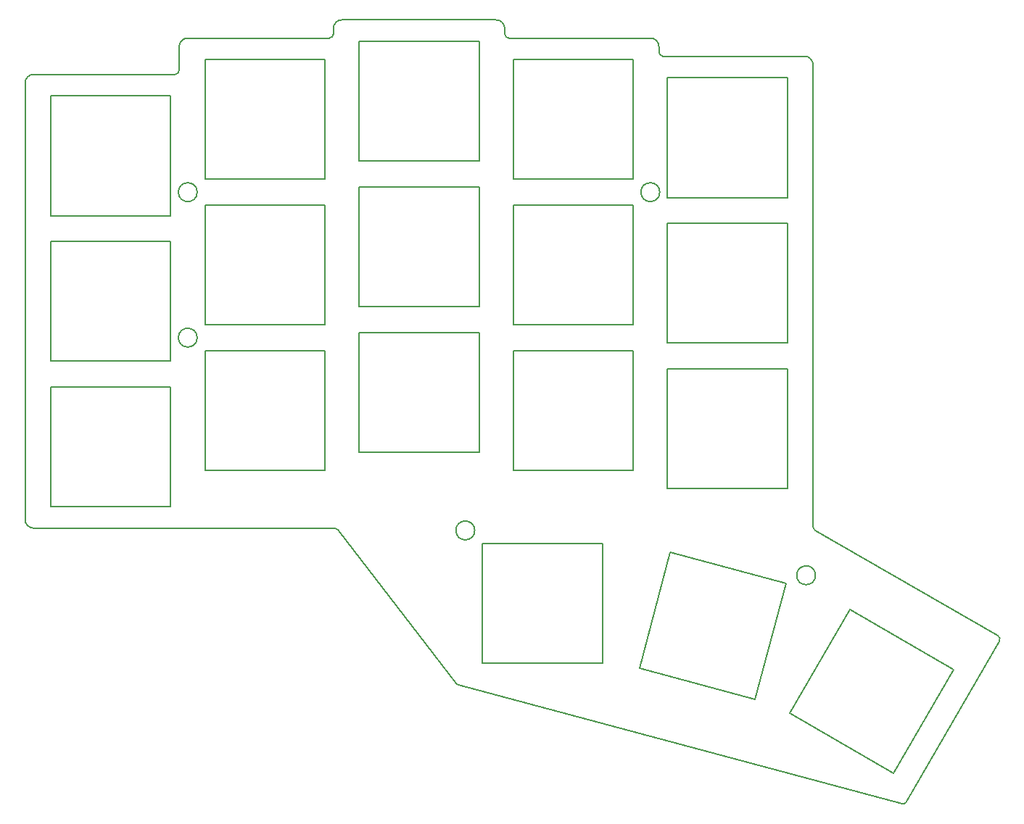
<source format=gm1>
G04 #@! TF.GenerationSoftware,KiCad,Pcbnew,8.0.6+1*
G04 #@! TF.CreationDate,2024-11-30T16:17:35+00:00*
G04 #@! TF.ProjectId,frontplate,66726f6e-7470-46c6-9174-652e6b696361,0.2*
G04 #@! TF.SameCoordinates,Original*
G04 #@! TF.FileFunction,Profile,NP*
%FSLAX46Y46*%
G04 Gerber Fmt 4.6, Leading zero omitted, Abs format (unit mm)*
G04 Created by KiCad (PCBNEW 8.0.6+1) date 2024-11-30 16:17:35*
%MOMM*%
%LPD*%
G01*
G04 APERTURE LIST*
G04 #@! TA.AperFunction,Profile*
%ADD10C,0.150000*%
G04 #@! TD*
G04 APERTURE END LIST*
D10*
X91000000Y-109500000D02*
X126128450Y-109500000D01*
X90000000Y-108500000D02*
X90000000Y-57500000D01*
X91000000Y-109500000D02*
G75*
G02*
X90000000Y-108500000I0J1000000D01*
G01*
X107500000Y-56500000D02*
X91000000Y-56500000D01*
X90000000Y-57500000D02*
G75*
G02*
X91000000Y-56500000I1000000J0D01*
G01*
X125500000Y-52250000D02*
X109000000Y-52250000D01*
X108000000Y-53250000D02*
G75*
G02*
X109000000Y-52250000I1000000J0D01*
G01*
X108000000Y-53250000D02*
X108000000Y-56000000D01*
X146000000Y-51750000D02*
X146000000Y-51125000D01*
X145000000Y-50125000D02*
G75*
G02*
X146000000Y-51125000I0J-1000000D01*
G01*
X145000000Y-50125000D02*
X127000000Y-50125000D01*
X126000000Y-51125000D02*
G75*
G02*
X127000000Y-50125000I1000000J0D01*
G01*
X126000000Y-51125000D02*
X126000000Y-51750000D01*
X164000000Y-53875000D02*
X164000000Y-53250000D01*
X163000000Y-52250000D02*
G75*
G02*
X164000000Y-53250000I0J-1000000D01*
G01*
X163000000Y-52250000D02*
X146500000Y-52250000D01*
X182000000Y-109308483D02*
X182000000Y-55375000D01*
X181000000Y-54375000D02*
G75*
G02*
X182000000Y-55375000I0J-1000000D01*
G01*
X181000000Y-54375000D02*
X164500000Y-54375000D01*
X192932979Y-141467506D02*
X203750000Y-122731876D01*
X182250000Y-109741495D02*
X203566987Y-122048864D01*
X192370557Y-141700469D02*
X140563924Y-127818923D01*
X140296679Y-127640370D02*
X126525104Y-109695591D01*
X126128450Y-109500000D02*
G75*
G02*
X126525073Y-109695615I-50J-500000D01*
G01*
X140563924Y-127818923D02*
G75*
G02*
X140296676Y-127640372I129376J482923D01*
G01*
X192932979Y-141467506D02*
G75*
G02*
X192370568Y-141700430I-432979J250006D01*
G01*
X203566987Y-122048864D02*
G75*
G02*
X203750032Y-122731894I-249987J-433036D01*
G01*
X182250000Y-109741495D02*
G75*
G02*
X182000015Y-109308483I250000J432995D01*
G01*
X164500000Y-54375000D02*
G75*
G02*
X164000000Y-53875000I0J500000D01*
G01*
X146500000Y-52250000D02*
G75*
G02*
X146000000Y-51750000I0J500000D01*
G01*
X126000000Y-51750000D02*
G75*
G02*
X125500000Y-52250000I-500000J0D01*
G01*
X108000000Y-56000000D02*
G75*
G02*
X107500000Y-56500000I-500000J0D01*
G01*
X93000000Y-107000000D02*
X107000000Y-107000000D01*
X107000000Y-107000000D02*
X107000000Y-93000000D01*
X107000000Y-93000000D02*
X93000000Y-93000000D01*
X93000000Y-93000000D02*
X93000000Y-107000000D01*
X93000000Y-90000000D02*
X107000000Y-90000000D01*
X107000000Y-90000000D02*
X107000000Y-76000000D01*
X107000000Y-76000000D02*
X93000000Y-76000000D01*
X93000000Y-76000000D02*
X93000000Y-90000000D01*
X93000000Y-73000000D02*
X107000000Y-73000000D01*
X107000000Y-73000000D02*
X107000000Y-59000000D01*
X107000000Y-59000000D02*
X93000000Y-59000000D01*
X93000000Y-59000000D02*
X93000000Y-73000000D01*
X111000000Y-102750000D02*
X125000000Y-102750000D01*
X125000000Y-102750000D02*
X125000000Y-88750000D01*
X125000000Y-88750000D02*
X111000000Y-88750000D01*
X111000000Y-88750000D02*
X111000000Y-102750000D01*
X111000000Y-85750000D02*
X125000000Y-85750000D01*
X125000000Y-85750000D02*
X125000000Y-71750000D01*
X125000000Y-71750000D02*
X111000000Y-71750000D01*
X111000000Y-71750000D02*
X111000000Y-85750000D01*
X111000000Y-68750000D02*
X125000000Y-68750000D01*
X125000000Y-68750000D02*
X125000000Y-54750000D01*
X125000000Y-54750000D02*
X111000000Y-54750000D01*
X111000000Y-54750000D02*
X111000000Y-68750000D01*
X129000000Y-100625000D02*
X143000000Y-100625000D01*
X143000000Y-100625000D02*
X143000000Y-86625000D01*
X143000000Y-86625000D02*
X129000000Y-86625000D01*
X129000000Y-86625000D02*
X129000000Y-100625000D01*
X129000000Y-83625000D02*
X143000000Y-83625000D01*
X143000000Y-83625000D02*
X143000000Y-69625000D01*
X143000000Y-69625000D02*
X129000000Y-69625000D01*
X129000000Y-69625000D02*
X129000000Y-83625000D01*
X129000000Y-66625000D02*
X143000000Y-66625000D01*
X143000000Y-66625000D02*
X143000000Y-52625000D01*
X143000000Y-52625000D02*
X129000000Y-52625000D01*
X129000000Y-52625000D02*
X129000000Y-66625000D01*
X147000000Y-102750000D02*
X161000000Y-102750000D01*
X161000000Y-102750000D02*
X161000000Y-88750000D01*
X161000000Y-88750000D02*
X147000000Y-88750000D01*
X147000000Y-88750000D02*
X147000000Y-102750000D01*
X147000000Y-85750000D02*
X161000000Y-85750000D01*
X161000000Y-85750000D02*
X161000000Y-71750000D01*
X161000000Y-71750000D02*
X147000000Y-71750000D01*
X147000000Y-71750000D02*
X147000000Y-85750000D01*
X147000000Y-68750000D02*
X161000000Y-68750000D01*
X161000000Y-68750000D02*
X161000000Y-54750000D01*
X161000000Y-54750000D02*
X147000000Y-54750000D01*
X147000000Y-54750000D02*
X147000000Y-68750000D01*
X165000000Y-104875000D02*
X179000000Y-104875000D01*
X179000000Y-104875000D02*
X179000000Y-90875000D01*
X179000000Y-90875000D02*
X165000000Y-90875000D01*
X165000000Y-90875000D02*
X165000000Y-104875000D01*
X165000000Y-87875000D02*
X179000000Y-87875000D01*
X179000000Y-87875000D02*
X179000000Y-73875000D01*
X179000000Y-73875000D02*
X165000000Y-73875000D01*
X165000000Y-73875000D02*
X165000000Y-87875000D01*
X165000000Y-70875000D02*
X179000000Y-70875000D01*
X179000000Y-70875000D02*
X179000000Y-56875000D01*
X179000000Y-56875000D02*
X165000000Y-56875000D01*
X165000000Y-56875000D02*
X165000000Y-70875000D01*
X143400000Y-125275000D02*
X157400000Y-125275000D01*
X157400000Y-125275000D02*
X157400000Y-111275000D01*
X157400000Y-111275000D02*
X143400000Y-111275000D01*
X143400000Y-111275000D02*
X143400000Y-125275000D01*
X161720080Y-125843749D02*
X175243042Y-129467216D01*
X175243042Y-129467216D02*
X178866508Y-115944254D01*
X178866508Y-115944254D02*
X165343547Y-112320788D01*
X165343547Y-112320788D02*
X161720080Y-125843749D01*
X179268716Y-131134705D02*
X191393071Y-138134705D01*
X191393071Y-138134705D02*
X198393071Y-126010349D01*
X198393071Y-126010349D02*
X186268716Y-119010349D01*
X186268716Y-119010349D02*
X179268716Y-131134705D01*
X110100000Y-70250000D02*
G75*
G02*
X107900000Y-70250000I-1100000J0D01*
G01*
X107900000Y-70250000D02*
G75*
G02*
X110100000Y-70250000I1100000J0D01*
G01*
X110100000Y-87250000D02*
G75*
G02*
X107900000Y-87250000I-1100000J0D01*
G01*
X107900000Y-87250000D02*
G75*
G02*
X110100000Y-87250000I1100000J0D01*
G01*
X164100000Y-70250000D02*
G75*
G02*
X161900000Y-70250000I-1100000J0D01*
G01*
X161900000Y-70250000D02*
G75*
G02*
X164100000Y-70250000I1100000J0D01*
G01*
X142500000Y-109775000D02*
G75*
G02*
X140300000Y-109775000I-1100000J0D01*
G01*
X140300000Y-109775000D02*
G75*
G02*
X142500000Y-109775000I1100000J0D01*
G01*
X182286589Y-115013004D02*
G75*
G02*
X180086589Y-115013004I-1100000J0D01*
G01*
X180086589Y-115013004D02*
G75*
G02*
X182286589Y-115013004I1100000J0D01*
G01*
M02*

</source>
